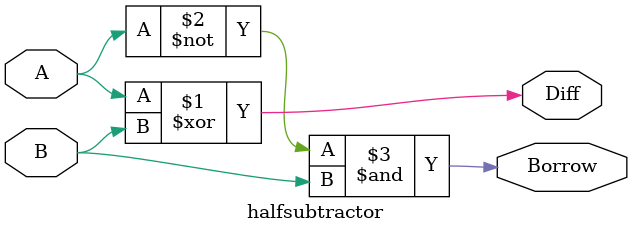
<source format=v>
module halfsubtractor(
input A, B, // bit to subtract and from to subtractor 
output Diff, Borrow      // output diff and borrow 
);

// combinational logic for half subtractor 
assign Diff = A ^ B;  // XOR GIVES THE DISFFERENCE 
assign Borrow = ~A & B;  //Borrow is occurs when A = 0 & B = 1
endmodule 

</source>
